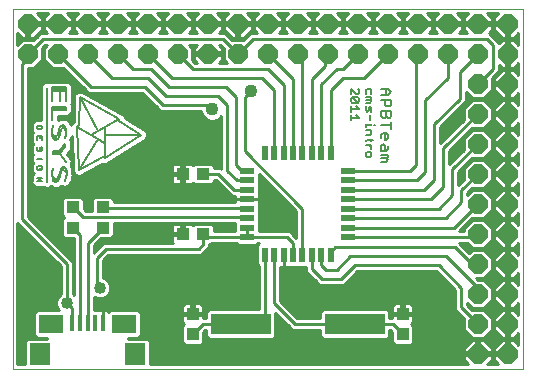
<source format=gtl>
G75*
G70*
%OFA0B0*%
%FSLAX24Y24*%
%IPPOS*%
%LPD*%
%AMOC8*
5,1,8,0,0,1.08239X$1,22.5*
%
%ADD10C,0.0000*%
%ADD11C,0.0060*%
%ADD12R,0.0210X0.0500*%
%ADD13R,0.0500X0.0210*%
%ADD14R,0.0394X0.0433*%
%ADD15R,0.0433X0.0394*%
%ADD16R,0.2000X0.0700*%
%ADD17OC8,0.0640*%
%ADD18R,0.0138X0.0551*%
%ADD19R,0.0709X0.0748*%
%ADD20R,0.0827X0.0630*%
%ADD21C,0.0100*%
%ADD22C,0.0436*%
%ADD23C,0.0400*%
%ADD24C,0.0080*%
D10*
X000151Y001068D02*
X000151Y013068D01*
X017151Y013068D01*
X017151Y001068D01*
X000151Y001068D01*
D11*
X000956Y007323D02*
X001136Y007323D01*
X001136Y007443D02*
X000956Y007443D01*
X000956Y007323D02*
X001136Y007443D01*
X001106Y007713D02*
X001136Y007743D01*
X001136Y007803D01*
X001106Y007833D01*
X000986Y007833D01*
X000956Y007803D01*
X000956Y007743D01*
X000986Y007713D01*
X001046Y007713D01*
X001046Y007773D01*
X001136Y008083D02*
X000956Y008083D01*
X000986Y008333D02*
X000956Y008363D01*
X000956Y008423D01*
X000986Y008453D01*
X001046Y008423D02*
X001046Y008363D01*
X001016Y008333D01*
X000986Y008333D01*
X001046Y008423D02*
X001076Y008453D01*
X001106Y008453D01*
X001136Y008423D01*
X001136Y008363D01*
X001106Y008333D01*
X001136Y008703D02*
X001136Y008823D01*
X000956Y008823D01*
X000956Y008703D01*
X001046Y008763D02*
X001046Y008823D01*
X000986Y009063D02*
X001106Y009063D01*
X001136Y009093D01*
X001136Y009183D01*
X000956Y009183D01*
X000956Y009093D01*
X000986Y009063D01*
X011431Y009356D02*
X011431Y009529D01*
X011431Y009443D02*
X011691Y009443D01*
X011605Y009529D01*
X011431Y009651D02*
X011431Y009824D01*
X011431Y009737D02*
X011691Y009737D01*
X011605Y009824D01*
X011648Y009945D02*
X011475Y010119D01*
X011431Y010075D01*
X011431Y009989D01*
X011475Y009945D01*
X011648Y009945D01*
X011691Y009989D01*
X011691Y010075D01*
X011648Y010119D01*
X011475Y010119D01*
X011431Y010240D02*
X011431Y010413D01*
X011605Y010240D01*
X011648Y010240D01*
X011691Y010283D01*
X011691Y010370D01*
X011648Y010413D01*
X011931Y010370D02*
X011931Y010240D01*
X011931Y010119D02*
X012105Y010119D01*
X012105Y010075D01*
X012061Y010032D01*
X012105Y009989D01*
X012061Y009945D01*
X011931Y009945D01*
X011931Y010032D02*
X012061Y010032D01*
X012061Y009824D02*
X012105Y009781D01*
X012105Y009651D01*
X012018Y009694D02*
X011975Y009651D01*
X011931Y009694D01*
X011931Y009824D01*
X012018Y009781D02*
X012061Y009824D01*
X012018Y009781D02*
X012018Y009694D01*
X012061Y009529D02*
X012061Y009356D01*
X012105Y009235D02*
X012105Y009191D01*
X011931Y009191D01*
X011931Y009148D02*
X011931Y009235D01*
X011931Y009038D02*
X012105Y009038D01*
X012105Y008908D01*
X012061Y008865D01*
X011931Y008865D01*
X011975Y008700D02*
X011931Y008657D01*
X011975Y008700D02*
X012148Y008700D01*
X012105Y008657D02*
X012105Y008744D01*
X012105Y008547D02*
X011931Y008547D01*
X012018Y008547D02*
X012105Y008461D01*
X012105Y008417D01*
X012061Y008302D02*
X011975Y008302D01*
X011931Y008258D01*
X011931Y008172D01*
X011975Y008128D01*
X012061Y008128D01*
X012105Y008172D01*
X012105Y008258D01*
X012061Y008302D01*
X012431Y008345D02*
X012431Y008515D01*
X012488Y008572D01*
X012545Y008515D01*
X012545Y008345D01*
X012601Y008345D02*
X012431Y008345D01*
X012431Y008204D02*
X012658Y008204D01*
X012658Y008147D01*
X012601Y008090D01*
X012658Y008033D01*
X012601Y007977D01*
X012431Y007977D01*
X012431Y008090D02*
X012601Y008090D01*
X012601Y008345D02*
X012658Y008402D01*
X012658Y008515D01*
X012601Y008713D02*
X012545Y008713D01*
X012545Y008940D01*
X012601Y008940D02*
X012658Y008883D01*
X012658Y008770D01*
X012601Y008713D01*
X012431Y008770D02*
X012431Y008883D01*
X012488Y008940D01*
X012601Y008940D01*
X012771Y009082D02*
X012771Y009308D01*
X012771Y009195D02*
X012431Y009195D01*
X012235Y009191D02*
X012191Y009191D01*
X012488Y009450D02*
X012431Y009507D01*
X012431Y009677D01*
X012771Y009677D01*
X012771Y009507D01*
X012715Y009450D01*
X012658Y009450D01*
X012601Y009507D01*
X012601Y009677D01*
X012601Y009818D02*
X012545Y009875D01*
X012545Y010045D01*
X012431Y010045D02*
X012771Y010045D01*
X012771Y009875D01*
X012715Y009818D01*
X012601Y009818D01*
X012601Y009507D02*
X012545Y009450D01*
X012488Y009450D01*
X012431Y010186D02*
X012658Y010186D01*
X012771Y010300D01*
X012658Y010413D01*
X012431Y010413D01*
X012601Y010413D02*
X012601Y010186D01*
X012105Y010240D02*
X012105Y010370D01*
X012061Y010413D01*
X011975Y010413D01*
X011931Y010370D01*
D12*
X010754Y008258D03*
X010439Y008258D03*
X010124Y008258D03*
X009809Y008258D03*
X009494Y008258D03*
X009179Y008258D03*
X008864Y008258D03*
X008549Y008258D03*
X008549Y004878D03*
X008864Y004878D03*
X009179Y004878D03*
X009494Y004878D03*
X009809Y004878D03*
X010124Y004878D03*
X010439Y004878D03*
X010754Y004878D03*
D13*
X011341Y005466D03*
X011341Y005781D03*
X011341Y006096D03*
X011341Y006411D03*
X011341Y006726D03*
X011341Y007041D03*
X011341Y007356D03*
X011341Y007671D03*
X007961Y007671D03*
X007961Y007356D03*
X007961Y007041D03*
X007961Y006726D03*
X007961Y006411D03*
X007961Y006096D03*
X007961Y005781D03*
X007961Y005466D03*
D14*
X006151Y002903D03*
X006151Y002234D03*
X013151Y002234D03*
X013151Y002903D03*
D15*
X006486Y005568D03*
X005817Y005568D03*
X005817Y007568D03*
X006486Y007568D03*
X003151Y006453D03*
X003151Y005784D03*
X002151Y005784D03*
X002151Y006453D03*
D16*
X007751Y002568D03*
X011551Y002568D03*
D17*
X015651Y002568D03*
X016651Y002568D03*
X016651Y001568D03*
X015651Y001568D03*
X015651Y003568D03*
X016651Y003568D03*
X016651Y004568D03*
X015651Y004568D03*
X015651Y005568D03*
X016651Y005568D03*
X016651Y006568D03*
X015651Y006568D03*
X015651Y007568D03*
X016651Y007568D03*
X016651Y008568D03*
X015651Y008568D03*
X015651Y009568D03*
X016651Y009568D03*
X016651Y010568D03*
X015651Y010568D03*
X015651Y011568D03*
X016651Y011568D03*
X016651Y012568D03*
X015651Y012568D03*
X014651Y012568D03*
X013651Y012568D03*
X012651Y012568D03*
X011651Y012568D03*
X010651Y012568D03*
X009651Y012568D03*
X008651Y012568D03*
X007651Y012568D03*
X006651Y012568D03*
X005651Y012568D03*
X004651Y012568D03*
X003651Y012568D03*
X002651Y012568D03*
X001651Y012568D03*
X000651Y012568D03*
X000651Y011568D03*
X001651Y011568D03*
X002651Y011568D03*
X003651Y011568D03*
X004651Y011568D03*
X005651Y011568D03*
X006651Y011568D03*
X007651Y011568D03*
X008651Y011568D03*
X009651Y011568D03*
X010651Y011568D03*
X011651Y011568D03*
X012651Y011568D03*
X013651Y011568D03*
X014651Y011568D03*
D18*
X003157Y002604D03*
X002901Y002604D03*
X002645Y002604D03*
X002389Y002604D03*
X002133Y002604D03*
D19*
X001070Y001560D03*
X004220Y001560D03*
D20*
X003866Y002564D03*
X001425Y002564D03*
D21*
X001695Y003029D02*
X000949Y003029D01*
X000861Y002941D01*
X000301Y002941D01*
X000301Y003039D02*
X001685Y003039D01*
X001695Y003029D02*
X001654Y003070D01*
X001601Y003199D01*
X001601Y003338D01*
X001654Y003467D01*
X001751Y003563D01*
X001751Y004485D01*
X000301Y005936D01*
X000301Y001218D01*
X000566Y001218D01*
X000566Y001997D01*
X000654Y002084D01*
X001301Y002084D01*
X001301Y002099D01*
X000949Y002099D01*
X000861Y002187D01*
X000861Y002941D01*
X000861Y002842D02*
X000301Y002842D01*
X000301Y002744D02*
X000861Y002744D01*
X000861Y002645D02*
X000301Y002645D01*
X000301Y002546D02*
X000861Y002546D01*
X000861Y002448D02*
X000301Y002448D01*
X000301Y002349D02*
X000861Y002349D01*
X000861Y002251D02*
X000301Y002251D01*
X000301Y002152D02*
X000896Y002152D01*
X000623Y002054D02*
X000301Y002054D01*
X000301Y001955D02*
X000566Y001955D01*
X000566Y001857D02*
X000301Y001857D01*
X000301Y001758D02*
X000566Y001758D01*
X000566Y001660D02*
X000301Y001660D01*
X000301Y001561D02*
X000566Y001561D01*
X000566Y001463D02*
X000301Y001463D01*
X000301Y001364D02*
X000566Y001364D01*
X000566Y001265D02*
X000301Y001265D01*
X002133Y002604D02*
X002133Y003086D01*
X001951Y003268D01*
X001951Y004568D01*
X000451Y006068D01*
X000451Y011218D01*
X000651Y011418D01*
X000651Y011568D01*
X001151Y012068D01*
X007151Y012068D01*
X007651Y011568D01*
X008151Y012068D01*
X015951Y012068D01*
X016151Y011868D01*
X016151Y011068D01*
X015651Y010568D01*
X015251Y010304D02*
X015456Y010098D01*
X015846Y010098D01*
X016121Y010374D01*
X016121Y010755D01*
X016234Y010868D01*
X016351Y010985D01*
X016351Y011204D01*
X016456Y011098D01*
X016601Y011098D01*
X016601Y011518D01*
X016701Y011518D01*
X016701Y011098D01*
X016846Y011098D01*
X017001Y011254D01*
X017001Y010883D01*
X016846Y011038D01*
X016701Y011038D01*
X016701Y010619D01*
X016601Y010619D01*
X016601Y011038D01*
X016456Y011038D01*
X016181Y010763D01*
X016181Y010618D01*
X016601Y010618D01*
X016601Y010518D01*
X016701Y010518D01*
X016701Y010098D01*
X016846Y010098D01*
X017001Y010254D01*
X017001Y009883D01*
X016846Y010038D01*
X016701Y010038D01*
X016701Y009619D01*
X016601Y009619D01*
X016601Y010038D01*
X016456Y010038D01*
X016181Y009763D01*
X016181Y009618D01*
X016601Y009618D01*
X016601Y009518D01*
X016701Y009518D01*
X016701Y009098D01*
X016846Y009098D01*
X017001Y009254D01*
X017001Y008883D01*
X016846Y009038D01*
X016701Y009038D01*
X016701Y008619D01*
X016601Y008619D01*
X016601Y009038D01*
X016456Y009038D01*
X016181Y008763D01*
X016181Y008618D01*
X016601Y008618D01*
X016601Y008518D01*
X016701Y008518D01*
X016701Y008098D01*
X016846Y008098D01*
X017001Y008254D01*
X017001Y007883D01*
X016846Y008038D01*
X016701Y008038D01*
X016701Y007619D01*
X016601Y007619D01*
X016601Y008038D01*
X016456Y008038D01*
X016181Y007763D01*
X016181Y007618D01*
X016601Y007618D01*
X016601Y007518D01*
X016701Y007518D01*
X016701Y007098D01*
X016846Y007098D01*
X017001Y007254D01*
X017001Y006883D01*
X016846Y007038D01*
X016701Y007038D01*
X016701Y006619D01*
X016601Y006619D01*
X016601Y007038D01*
X016456Y007038D01*
X016181Y006763D01*
X016181Y006618D01*
X016601Y006618D01*
X016601Y006518D01*
X016701Y006518D01*
X016701Y006098D01*
X016846Y006098D01*
X017001Y006254D01*
X017001Y005883D01*
X016846Y006038D01*
X016701Y006038D01*
X016701Y005619D01*
X016601Y005619D01*
X016601Y006038D01*
X016456Y006038D01*
X016181Y005763D01*
X016181Y005618D01*
X016601Y005618D01*
X016601Y005518D01*
X016701Y005518D01*
X016701Y005098D01*
X016846Y005098D01*
X017001Y005254D01*
X017001Y004883D01*
X016846Y005038D01*
X016701Y005038D01*
X016701Y004619D01*
X016601Y004619D01*
X016601Y005038D01*
X016456Y005038D01*
X016181Y004763D01*
X016181Y004618D01*
X016601Y004618D01*
X016601Y004518D01*
X016701Y004518D01*
X016701Y004098D01*
X016846Y004098D01*
X017001Y004254D01*
X017001Y003883D01*
X016846Y004038D01*
X016701Y004038D01*
X016701Y003619D01*
X016601Y003619D01*
X016601Y004038D01*
X016456Y004038D01*
X016181Y003763D01*
X016181Y003618D01*
X016601Y003618D01*
X016601Y003518D01*
X016701Y003518D01*
X016701Y003098D01*
X016846Y003098D01*
X017001Y003254D01*
X017001Y002883D01*
X016846Y003038D01*
X016701Y003038D01*
X016701Y002619D01*
X016601Y002619D01*
X016601Y003038D01*
X016456Y003038D01*
X016181Y002763D01*
X016181Y002618D01*
X016601Y002618D01*
X016601Y002518D01*
X016701Y002518D01*
X016701Y002098D01*
X016846Y002098D01*
X017001Y002254D01*
X017001Y001883D01*
X016846Y002038D01*
X016701Y002038D01*
X016701Y001619D01*
X016601Y001619D01*
X016601Y002038D01*
X016456Y002038D01*
X016181Y001763D01*
X016181Y001618D01*
X016601Y001618D01*
X016601Y001518D01*
X016181Y001518D01*
X016181Y001374D01*
X016337Y001218D01*
X015966Y001218D01*
X016121Y001374D01*
X016121Y001518D01*
X015701Y001518D01*
X015701Y001618D01*
X016121Y001618D01*
X016121Y001763D01*
X015846Y002038D01*
X015701Y002038D01*
X015701Y001619D01*
X015601Y001619D01*
X015601Y002038D01*
X015456Y002038D01*
X015181Y001763D01*
X015181Y001618D01*
X015601Y001618D01*
X015601Y001518D01*
X015181Y001518D01*
X015181Y001374D01*
X015337Y001218D01*
X004724Y001218D01*
X004724Y001997D01*
X004637Y002084D01*
X004001Y002084D01*
X004001Y002099D01*
X004341Y002099D01*
X004429Y002187D01*
X004429Y002941D01*
X006102Y002941D01*
X006102Y002951D02*
X006102Y002854D01*
X005804Y002854D01*
X005804Y002667D01*
X005815Y002629D01*
X005834Y002594D01*
X005860Y002568D01*
X005804Y002512D01*
X005804Y001955D01*
X005892Y001867D01*
X006410Y001867D01*
X006498Y001955D01*
X006498Y002298D01*
X006569Y002368D01*
X006601Y002368D01*
X006601Y002156D01*
X006689Y002068D01*
X008813Y002068D01*
X008901Y002156D01*
X008901Y002936D01*
X009351Y002485D01*
X009468Y002368D01*
X010401Y002368D01*
X010401Y002156D01*
X010489Y002068D01*
X012613Y002068D01*
X012701Y002156D01*
X012701Y002368D01*
X012734Y002368D01*
X012804Y002298D01*
X012804Y001955D01*
X012892Y001867D01*
X013410Y001867D01*
X013498Y001955D01*
X013498Y002512D01*
X013442Y002568D01*
X013468Y002594D01*
X013488Y002629D01*
X013498Y002667D01*
X013498Y002854D01*
X013200Y002854D01*
X013200Y002951D01*
X013498Y002951D01*
X013498Y003139D01*
X013488Y003177D01*
X013468Y003212D01*
X013440Y003240D01*
X013406Y003259D01*
X013368Y003269D01*
X013200Y003269D01*
X013200Y002952D01*
X013103Y002952D01*
X013103Y003269D01*
X012935Y003269D01*
X012896Y003259D01*
X012862Y003240D01*
X012834Y003212D01*
X012815Y003177D01*
X012804Y003139D01*
X012804Y002951D01*
X013102Y002951D01*
X013102Y002854D01*
X012804Y002854D01*
X012804Y002768D01*
X012734Y002768D01*
X012701Y002768D01*
X012701Y002980D01*
X012613Y003068D01*
X010489Y003068D01*
X010401Y002980D01*
X010401Y002768D01*
X009634Y002768D01*
X009064Y003339D01*
X009064Y004478D01*
X009176Y004478D01*
X009176Y004876D01*
X009181Y004876D01*
X009181Y004478D01*
X009303Y004478D01*
X009322Y004483D01*
X009327Y004478D01*
X009641Y004478D01*
X009924Y004478D01*
X009924Y004313D01*
X010251Y003985D01*
X010368Y003868D01*
X011018Y003868D01*
X011184Y003868D01*
X011634Y004318D01*
X014268Y004318D01*
X014901Y003685D01*
X014901Y003201D01*
X014901Y003035D01*
X015181Y002755D01*
X015181Y002374D01*
X015456Y002098D01*
X015846Y002098D01*
X016121Y002374D01*
X016121Y002763D01*
X015846Y003038D01*
X015464Y003038D01*
X015301Y003201D01*
X015301Y003254D01*
X015456Y003098D01*
X015846Y003098D01*
X016121Y003374D01*
X016121Y003763D01*
X015846Y004038D01*
X015664Y004038D01*
X015604Y004098D01*
X015846Y004098D01*
X016121Y004374D01*
X016121Y004763D01*
X015846Y005038D01*
X015456Y005038D01*
X015360Y004942D01*
X015036Y005266D01*
X015289Y005266D01*
X015456Y005098D01*
X015846Y005098D01*
X016121Y005374D01*
X016121Y005763D01*
X015846Y006038D01*
X015456Y006038D01*
X015181Y005763D01*
X015181Y005666D01*
X015032Y005666D01*
X015464Y006098D01*
X015846Y006098D01*
X016121Y006374D01*
X016121Y006763D01*
X015846Y007038D01*
X015456Y007038D01*
X015301Y006883D01*
X015301Y006935D01*
X015464Y007098D01*
X015846Y007098D01*
X016121Y007374D01*
X016121Y007763D01*
X015846Y008038D01*
X015456Y008038D01*
X015181Y007763D01*
X015181Y007381D01*
X015001Y007201D01*
X015001Y007635D01*
X015464Y008098D01*
X015846Y008098D01*
X016121Y008374D01*
X016121Y008763D01*
X015846Y009038D01*
X015456Y009038D01*
X015181Y008763D01*
X015181Y008381D01*
X014701Y007901D01*
X014701Y008335D01*
X015464Y009098D01*
X015846Y009098D01*
X016121Y009374D01*
X016121Y009763D01*
X015846Y010038D01*
X015456Y010038D01*
X015181Y009763D01*
X015181Y009381D01*
X014401Y008601D01*
X014401Y009135D01*
X015134Y009868D01*
X015251Y009985D01*
X015251Y010304D01*
X015251Y010233D02*
X015322Y010233D01*
X015251Y010134D02*
X015421Y010134D01*
X015454Y010036D02*
X015251Y010036D01*
X015203Y009937D02*
X015355Y009937D01*
X015257Y009839D02*
X015104Y009839D01*
X015181Y009740D02*
X015006Y009740D01*
X014907Y009642D02*
X015181Y009642D01*
X015181Y009543D02*
X014809Y009543D01*
X014710Y009445D02*
X015181Y009445D01*
X015146Y009346D02*
X014612Y009346D01*
X014513Y009247D02*
X015047Y009247D01*
X014949Y009149D02*
X014415Y009149D01*
X014401Y009050D02*
X014850Y009050D01*
X014752Y008952D02*
X014401Y008952D01*
X014401Y008853D02*
X014653Y008853D01*
X014555Y008755D02*
X014401Y008755D01*
X014401Y008656D02*
X014456Y008656D01*
X014501Y008418D02*
X015651Y009568D01*
X015947Y009937D02*
X016355Y009937D01*
X016257Y009839D02*
X016045Y009839D01*
X016121Y009740D02*
X016181Y009740D01*
X016181Y009642D02*
X016121Y009642D01*
X016121Y009543D02*
X016601Y009543D01*
X016601Y009518D02*
X016181Y009518D01*
X016181Y009374D01*
X016456Y009098D01*
X016601Y009098D01*
X016601Y009518D01*
X016601Y009445D02*
X016701Y009445D01*
X016701Y009346D02*
X016601Y009346D01*
X016601Y009247D02*
X016701Y009247D01*
X016701Y009149D02*
X016601Y009149D01*
X016406Y009149D02*
X015896Y009149D01*
X015995Y009247D02*
X016307Y009247D01*
X016209Y009346D02*
X016093Y009346D01*
X016121Y009445D02*
X016181Y009445D01*
X016601Y009642D02*
X016701Y009642D01*
X016701Y009740D02*
X016601Y009740D01*
X016601Y009839D02*
X016701Y009839D01*
X016701Y009937D02*
X016601Y009937D01*
X016601Y010036D02*
X016701Y010036D01*
X016701Y010134D02*
X016601Y010134D01*
X016601Y010098D02*
X016456Y010098D01*
X016181Y010374D01*
X016181Y010518D01*
X016601Y010518D01*
X016601Y010098D01*
X016601Y010233D02*
X016701Y010233D01*
X016701Y010331D02*
X016601Y010331D01*
X016601Y010430D02*
X016701Y010430D01*
X016601Y010529D02*
X016121Y010529D01*
X016121Y010627D02*
X016181Y010627D01*
X016181Y010726D02*
X016121Y010726D01*
X016190Y010824D02*
X016242Y010824D01*
X016288Y010923D02*
X016341Y010923D01*
X016351Y011021D02*
X016439Y011021D01*
X016435Y011120D02*
X016351Y011120D01*
X016601Y011120D02*
X016701Y011120D01*
X016701Y011218D02*
X016601Y011218D01*
X016601Y011317D02*
X016701Y011317D01*
X016701Y011415D02*
X016601Y011415D01*
X016601Y011514D02*
X016701Y011514D01*
X016701Y011619D02*
X016601Y011619D01*
X016601Y012038D01*
X016456Y012038D01*
X016351Y011933D01*
X016351Y011951D01*
X016151Y012151D01*
X016034Y012268D01*
X016016Y012268D01*
X016121Y012374D01*
X016121Y012518D01*
X015701Y012518D01*
X015701Y012618D01*
X016121Y012618D01*
X016121Y012763D01*
X015966Y012918D01*
X016337Y012918D01*
X016181Y012763D01*
X016181Y012618D01*
X016601Y012618D01*
X016601Y012518D01*
X016701Y012518D01*
X016701Y012098D01*
X016846Y012098D01*
X017001Y012254D01*
X017001Y011883D01*
X016846Y012038D01*
X016701Y012038D01*
X016701Y011619D01*
X016701Y011711D02*
X016601Y011711D01*
X016601Y011810D02*
X016701Y011810D01*
X016701Y011908D02*
X016601Y011908D01*
X016601Y012007D02*
X016701Y012007D01*
X016701Y012105D02*
X016601Y012105D01*
X016601Y012098D02*
X016601Y012518D01*
X016181Y012518D01*
X016181Y012374D01*
X016456Y012098D01*
X016601Y012098D01*
X016601Y012204D02*
X016701Y012204D01*
X016701Y012302D02*
X016601Y012302D01*
X016601Y012401D02*
X016701Y012401D01*
X016701Y012499D02*
X016601Y012499D01*
X016601Y012598D02*
X015701Y012598D01*
X015601Y012598D02*
X014701Y012598D01*
X014701Y012618D02*
X015121Y012618D01*
X015121Y012763D01*
X014966Y012918D01*
X015337Y012918D01*
X015181Y012763D01*
X015181Y012618D01*
X015601Y012618D01*
X015601Y012518D01*
X015181Y012518D01*
X015181Y012374D01*
X015287Y012268D01*
X015016Y012268D01*
X015121Y012374D01*
X015121Y012518D01*
X014701Y012518D01*
X014701Y012618D01*
X014601Y012618D02*
X014601Y012518D01*
X014181Y012518D01*
X014181Y012374D01*
X014287Y012268D01*
X014016Y012268D01*
X014121Y012374D01*
X014121Y012518D01*
X013701Y012518D01*
X013701Y012618D01*
X014121Y012618D01*
X014121Y012763D01*
X013966Y012918D01*
X014337Y012918D01*
X014181Y012763D01*
X014181Y012618D01*
X014601Y012618D01*
X014601Y012598D02*
X013701Y012598D01*
X013601Y012598D02*
X012701Y012598D01*
X012701Y012618D02*
X013121Y012618D01*
X013121Y012763D01*
X012966Y012918D01*
X013337Y012918D01*
X013181Y012763D01*
X013181Y012618D01*
X013601Y012618D01*
X013601Y012518D01*
X013181Y012518D01*
X013181Y012374D01*
X013287Y012268D01*
X013016Y012268D01*
X013121Y012374D01*
X013121Y012518D01*
X012701Y012518D01*
X012701Y012618D01*
X012601Y012618D02*
X012601Y012518D01*
X012181Y012518D01*
X012181Y012374D01*
X012287Y012268D01*
X012016Y012268D01*
X012121Y012374D01*
X012121Y012518D01*
X011701Y012518D01*
X011701Y012618D01*
X012121Y012618D01*
X012121Y012763D01*
X011966Y012918D01*
X012337Y012918D01*
X012181Y012763D01*
X012181Y012618D01*
X012601Y012618D01*
X012601Y012598D02*
X011701Y012598D01*
X011601Y012598D02*
X010701Y012598D01*
X010701Y012618D02*
X011121Y012618D01*
X011121Y012763D01*
X010966Y012918D01*
X011337Y012918D01*
X011181Y012763D01*
X011181Y012618D01*
X011601Y012618D01*
X011601Y012518D01*
X011181Y012518D01*
X011181Y012374D01*
X011287Y012268D01*
X011016Y012268D01*
X011121Y012374D01*
X011121Y012518D01*
X010701Y012518D01*
X010701Y012618D01*
X010601Y012618D02*
X010601Y012518D01*
X010181Y012518D01*
X010181Y012374D01*
X010287Y012268D01*
X010016Y012268D01*
X010121Y012374D01*
X010121Y012518D01*
X009701Y012518D01*
X009701Y012618D01*
X010121Y012618D01*
X010121Y012763D01*
X009966Y012918D01*
X010337Y012918D01*
X010181Y012763D01*
X010181Y012618D01*
X010601Y012618D01*
X010601Y012598D02*
X009701Y012598D01*
X009601Y012598D02*
X008701Y012598D01*
X008701Y012618D02*
X009121Y012618D01*
X009121Y012763D01*
X008966Y012918D01*
X009337Y012918D01*
X009181Y012763D01*
X009181Y012618D01*
X009601Y012618D01*
X009601Y012518D01*
X009181Y012518D01*
X009181Y012374D01*
X009287Y012268D01*
X009016Y012268D01*
X009121Y012374D01*
X009121Y012518D01*
X008701Y012518D01*
X008701Y012618D01*
X008601Y012618D02*
X008601Y012518D01*
X008181Y012518D01*
X008181Y012374D01*
X008287Y012268D01*
X008234Y012268D01*
X008068Y012268D01*
X007838Y012038D01*
X007464Y012038D01*
X007351Y012151D01*
X007234Y012268D01*
X007016Y012268D01*
X007121Y012374D01*
X007121Y012518D01*
X006701Y012518D01*
X006701Y012618D01*
X007121Y012618D01*
X007121Y012763D01*
X006966Y012918D01*
X007337Y012918D01*
X007181Y012763D01*
X007181Y012618D01*
X007601Y012618D01*
X007601Y012518D01*
X007701Y012518D01*
X007701Y012098D01*
X007846Y012098D01*
X008121Y012374D01*
X008121Y012518D01*
X007701Y012518D01*
X007701Y012618D01*
X008121Y012618D01*
X008121Y012763D01*
X007966Y012918D01*
X008337Y012918D01*
X008181Y012763D01*
X008181Y012618D01*
X008601Y012618D01*
X008601Y012598D02*
X007701Y012598D01*
X007701Y012499D02*
X007601Y012499D01*
X007601Y012518D02*
X007601Y012098D01*
X007456Y012098D01*
X007181Y012374D01*
X007181Y012518D01*
X007601Y012518D01*
X007601Y012598D02*
X006701Y012598D01*
X006601Y012598D02*
X005701Y012598D01*
X005701Y012618D02*
X006121Y012618D01*
X006121Y012763D01*
X005966Y012918D01*
X006337Y012918D01*
X006181Y012763D01*
X006181Y012618D01*
X006601Y012618D01*
X006601Y012518D01*
X006181Y012518D01*
X006181Y012374D01*
X006287Y012268D01*
X006016Y012268D01*
X006121Y012374D01*
X006121Y012518D01*
X005701Y012518D01*
X005701Y012618D01*
X005601Y012618D02*
X005601Y012518D01*
X005181Y012518D01*
X005181Y012374D01*
X005287Y012268D01*
X005016Y012268D01*
X005121Y012374D01*
X005121Y012518D01*
X004701Y012518D01*
X004701Y012618D01*
X005121Y012618D01*
X005121Y012763D01*
X004966Y012918D01*
X005337Y012918D01*
X005181Y012763D01*
X005181Y012618D01*
X005601Y012618D01*
X005601Y012598D02*
X004701Y012598D01*
X004601Y012598D02*
X003701Y012598D01*
X003701Y012618D02*
X004121Y012618D01*
X004121Y012763D01*
X003966Y012918D01*
X004337Y012918D01*
X004181Y012763D01*
X004181Y012618D01*
X004601Y012618D01*
X004601Y012518D01*
X004181Y012518D01*
X004181Y012374D01*
X004287Y012268D01*
X004016Y012268D01*
X004121Y012374D01*
X004121Y012518D01*
X003701Y012518D01*
X003701Y012618D01*
X003601Y012618D02*
X003601Y012518D01*
X003181Y012518D01*
X003181Y012374D01*
X003287Y012268D01*
X003016Y012268D01*
X003121Y012374D01*
X003121Y012518D01*
X002701Y012518D01*
X002701Y012618D01*
X003121Y012618D01*
X003121Y012763D01*
X002966Y012918D01*
X003337Y012918D01*
X003181Y012763D01*
X003181Y012618D01*
X003601Y012618D01*
X003601Y012598D02*
X002701Y012598D01*
X002601Y012598D02*
X001701Y012598D01*
X001701Y012618D02*
X002121Y012618D01*
X002121Y012763D01*
X001966Y012918D01*
X002337Y012918D01*
X002181Y012763D01*
X002181Y012618D01*
X002601Y012618D01*
X002601Y012518D01*
X002181Y012518D01*
X002181Y012374D01*
X002287Y012268D01*
X002016Y012268D01*
X002121Y012374D01*
X002121Y012518D01*
X001701Y012518D01*
X001701Y012618D01*
X001601Y012618D02*
X001601Y012518D01*
X001181Y012518D01*
X001181Y012374D01*
X001287Y012268D01*
X001068Y012268D01*
X000951Y012151D01*
X000838Y012038D01*
X000456Y012038D01*
X000301Y011883D01*
X000301Y012254D01*
X000456Y012098D01*
X000601Y012098D01*
X000601Y012518D01*
X000701Y012518D01*
X000701Y012098D01*
X000846Y012098D01*
X001121Y012374D01*
X001121Y012518D01*
X000701Y012518D01*
X000701Y012618D01*
X001121Y012618D01*
X001121Y012763D01*
X000966Y012918D01*
X001337Y012918D01*
X001181Y012763D01*
X001181Y012618D01*
X001601Y012618D01*
X001601Y012598D02*
X000701Y012598D01*
X000701Y012499D02*
X000601Y012499D01*
X000601Y012401D02*
X000701Y012401D01*
X000701Y012302D02*
X000601Y012302D01*
X000601Y012204D02*
X000701Y012204D01*
X000701Y012105D02*
X000601Y012105D01*
X000450Y012105D02*
X000301Y012105D01*
X000301Y012007D02*
X000425Y012007D01*
X000326Y011908D02*
X000301Y011908D01*
X000301Y012204D02*
X000351Y012204D01*
X000853Y012105D02*
X000905Y012105D01*
X000951Y012151D02*
X000951Y012151D01*
X000951Y012204D02*
X001004Y012204D01*
X001050Y012302D02*
X001253Y012302D01*
X001181Y012401D02*
X001121Y012401D01*
X001121Y012499D02*
X001181Y012499D01*
X001181Y012696D02*
X001121Y012696D01*
X001089Y012795D02*
X001213Y012795D01*
X001312Y012894D02*
X000991Y012894D01*
X001991Y012894D02*
X002312Y012894D01*
X002213Y012795D02*
X002089Y012795D01*
X002121Y012696D02*
X002181Y012696D01*
X002181Y012499D02*
X002121Y012499D01*
X002121Y012401D02*
X002181Y012401D01*
X002253Y012302D02*
X002050Y012302D01*
X001287Y011868D02*
X001181Y011763D01*
X001181Y011374D01*
X001456Y011098D01*
X001838Y011098D01*
X002551Y010385D01*
X002668Y010268D01*
X004468Y010268D01*
X004951Y009785D01*
X005068Y009668D01*
X006433Y009668D01*
X006433Y009645D01*
X006489Y009510D01*
X006593Y009406D01*
X006728Y009350D01*
X006874Y009350D01*
X007010Y009406D01*
X007101Y009498D01*
X007101Y007751D01*
X007084Y007768D01*
X006918Y007768D01*
X006852Y007768D01*
X006852Y007827D01*
X006764Y007915D01*
X006207Y007915D01*
X006151Y007859D01*
X006125Y007885D01*
X006091Y007905D01*
X006053Y007915D01*
X005865Y007915D01*
X005865Y007617D01*
X005768Y007617D01*
X005768Y007915D01*
X005580Y007915D01*
X005542Y007905D01*
X005508Y007885D01*
X005480Y007857D01*
X005460Y007823D01*
X005450Y007785D01*
X005450Y007617D01*
X005768Y007617D01*
X005768Y007520D01*
X005450Y007520D01*
X005450Y007352D01*
X005460Y007314D01*
X005480Y007279D01*
X005508Y007251D01*
X005542Y007232D01*
X005580Y007221D01*
X005768Y007221D01*
X005768Y007520D01*
X005865Y007520D01*
X005865Y007221D01*
X006053Y007221D01*
X006091Y007232D01*
X006125Y007251D01*
X006151Y007277D01*
X006207Y007221D01*
X006764Y007221D01*
X006852Y007309D01*
X006852Y007368D01*
X006918Y007368D01*
X007446Y006841D01*
X007561Y006841D01*
X007561Y006728D01*
X007958Y006728D01*
X007958Y006723D01*
X007561Y006723D01*
X007561Y006618D01*
X003518Y006618D01*
X003518Y006712D01*
X003430Y006800D01*
X002872Y006800D01*
X002785Y006712D01*
X002785Y006318D01*
X002584Y006318D01*
X002518Y006385D01*
X002518Y006712D01*
X002430Y006800D01*
X001872Y006800D01*
X001785Y006712D01*
X001785Y006194D01*
X001860Y006118D01*
X001785Y006043D01*
X001785Y005525D01*
X001872Y005437D01*
X002189Y005437D01*
X002189Y003525D01*
X002151Y003563D01*
X002151Y004485D01*
X002151Y004651D01*
X000651Y006151D01*
X000651Y011098D01*
X000846Y011098D01*
X001121Y011374D01*
X001121Y011756D01*
X001234Y011868D01*
X001287Y011868D01*
X001228Y011810D02*
X001175Y011810D01*
X001181Y011711D02*
X001121Y011711D01*
X001121Y011612D02*
X001181Y011612D01*
X001181Y011514D02*
X001121Y011514D01*
X001121Y011415D02*
X001181Y011415D01*
X001238Y011317D02*
X001064Y011317D01*
X000966Y011218D02*
X001337Y011218D01*
X001435Y011120D02*
X000867Y011120D01*
X000651Y011021D02*
X001915Y011021D01*
X002014Y010923D02*
X000651Y010923D01*
X000651Y010824D02*
X002113Y010824D01*
X002211Y010726D02*
X000651Y010726D01*
X000651Y010627D02*
X001211Y010627D01*
X001217Y010633D02*
X001106Y010522D01*
X001106Y009363D01*
X001062Y009363D01*
X001031Y009363D01*
X000882Y009363D01*
X000776Y009258D01*
X000776Y009094D01*
X000776Y009019D01*
X000776Y009019D01*
X000776Y009019D01*
X000806Y008989D01*
X000806Y008989D01*
X000837Y008958D01*
X000776Y008898D01*
X000776Y008629D01*
X000842Y008563D01*
X000776Y008498D01*
X000776Y008362D01*
X000776Y008289D01*
X000776Y008289D01*
X000776Y008289D01*
X000806Y008259D01*
X000806Y008259D01*
X000842Y008223D01*
X000776Y008158D01*
X000776Y008009D01*
X000842Y007943D01*
X000776Y007878D01*
X000776Y007744D01*
X000776Y007669D01*
X000776Y007669D01*
X000776Y007669D01*
X000806Y007639D01*
X000806Y007639D01*
X000852Y007593D01*
X000776Y007518D01*
X000776Y007398D01*
X000776Y007341D01*
X000765Y007285D01*
X000776Y007269D01*
X000776Y007249D01*
X000816Y007209D01*
X000848Y007161D01*
X000867Y007157D01*
X000882Y007143D01*
X000938Y007143D01*
X000994Y007132D01*
X001011Y007143D01*
X001188Y007143D01*
X001217Y007113D01*
X001375Y007113D01*
X001421Y007160D01*
X001427Y007153D01*
X001437Y007153D01*
X001438Y007153D01*
X001487Y007103D01*
X001497Y007103D01*
X001505Y007097D01*
X001575Y007103D01*
X001587Y007103D01*
X001646Y007092D01*
X001664Y007103D01*
X001685Y007103D01*
X001727Y007146D01*
X001755Y007164D01*
X001789Y007178D01*
X001886Y007138D01*
X002031Y007198D01*
X002093Y007345D01*
X002116Y007364D01*
X002122Y007415D01*
X002142Y007463D01*
X002136Y007477D01*
X002136Y007512D01*
X002152Y007546D01*
X002140Y007578D01*
X002142Y007596D01*
X002151Y007613D01*
X002136Y007661D01*
X002136Y007712D01*
X002114Y007734D01*
X002114Y007736D01*
X002120Y007759D01*
X002092Y007809D01*
X002080Y007848D01*
X002092Y007856D01*
X002116Y008012D01*
X001954Y008234D01*
X002043Y008332D01*
X002096Y008385D01*
X002096Y008389D01*
X002099Y008393D01*
X002096Y008467D01*
X002096Y008514D01*
X002102Y008521D01*
X002096Y008591D01*
X002096Y008662D01*
X002090Y008668D01*
X002089Y008678D01*
X002060Y008702D01*
X002083Y008755D01*
X002106Y008774D01*
X002112Y008825D01*
X002113Y008828D01*
X002173Y007760D01*
X002163Y007742D01*
X002171Y007710D01*
X002162Y007679D01*
X002179Y007649D01*
X002181Y007614D01*
X002200Y007597D01*
X002202Y007590D01*
X002217Y007581D01*
X002239Y007541D01*
X002273Y007532D01*
X002298Y007509D01*
X002335Y007511D01*
X002337Y007510D01*
X002345Y007512D01*
X002345Y007512D01*
X002391Y007499D01*
X002421Y007516D01*
X002455Y007518D01*
X002481Y007547D01*
X002490Y007549D01*
X002495Y007558D01*
X003127Y007914D01*
X003137Y007903D01*
X003155Y007903D01*
X003170Y007893D01*
X003211Y007900D01*
X003252Y007891D01*
X003272Y007903D01*
X003295Y007903D01*
X003307Y007916D01*
X003325Y007919D01*
X003349Y007953D01*
X004492Y008684D01*
X004516Y008684D01*
X004533Y008701D01*
X004557Y008707D01*
X004575Y008737D01*
X004605Y008756D01*
X004610Y008779D01*
X004627Y008796D01*
X004627Y008820D01*
X004639Y008841D01*
X004631Y008875D01*
X004639Y008909D01*
X004626Y008930D01*
X004625Y008954D01*
X004608Y008971D01*
X004603Y008994D01*
X004573Y009012D01*
X004554Y009042D01*
X004530Y009047D01*
X004513Y009064D01*
X004489Y009064D01*
X003888Y009432D01*
X003890Y009440D01*
X003876Y009464D01*
X003876Y009492D01*
X003855Y009513D01*
X003846Y009542D01*
X003824Y009554D01*
X003811Y009576D01*
X003785Y009584D01*
X003765Y009603D01*
X003735Y009603D01*
X002526Y010264D01*
X002515Y010284D01*
X002488Y010291D01*
X002469Y010312D01*
X002437Y010312D01*
X002408Y010328D01*
X002386Y010321D01*
X002364Y010328D01*
X002339Y010314D01*
X002312Y010315D01*
X002288Y010293D01*
X002257Y010283D01*
X002246Y010263D01*
X002226Y010252D01*
X002218Y010225D01*
X002198Y010206D01*
X002197Y010174D01*
X002182Y010145D01*
X002188Y010123D01*
X002182Y010101D01*
X002195Y010076D01*
X002178Y009301D01*
X002159Y009295D01*
X002140Y009261D01*
X002109Y009238D01*
X002106Y009217D01*
X002092Y009201D01*
X002082Y009219D01*
X002066Y009273D01*
X002056Y009278D01*
X002056Y009292D01*
X002018Y009330D01*
X001992Y009376D01*
X001965Y009383D01*
X001945Y009403D01*
X001892Y009403D01*
X001840Y009417D01*
X001825Y009409D01*
X001816Y009415D01*
X001757Y009403D01*
X001697Y009403D01*
X001682Y009388D01*
X001662Y009384D01*
X001656Y009376D01*
X001656Y009513D01*
X002005Y009513D01*
X002116Y009625D01*
X002116Y009675D01*
X002116Y009832D01*
X002116Y009882D01*
X002100Y009898D01*
X002116Y009915D01*
X002116Y010265D01*
X002116Y010325D01*
X002116Y010482D01*
X002116Y010532D01*
X002005Y010643D01*
X001795Y010643D01*
X001637Y010643D01*
X001545Y010643D01*
X001387Y010643D01*
X001376Y010632D01*
X001375Y010633D01*
X001217Y010633D01*
X001113Y010529D02*
X000651Y010529D01*
X000651Y010430D02*
X001106Y010430D01*
X001106Y010331D02*
X000651Y010331D01*
X000651Y010233D02*
X001106Y010233D01*
X001106Y010134D02*
X000651Y010134D01*
X000651Y010036D02*
X001106Y010036D01*
X001106Y009937D02*
X000651Y009937D01*
X000651Y009839D02*
X001106Y009839D01*
X001106Y009740D02*
X000651Y009740D01*
X000651Y009642D02*
X001106Y009642D01*
X001106Y009543D02*
X000651Y009543D01*
X000651Y009445D02*
X001106Y009445D01*
X000864Y009346D02*
X000651Y009346D01*
X000651Y009247D02*
X000776Y009247D01*
X000776Y009149D02*
X000651Y009149D01*
X000651Y009050D02*
X000776Y009050D01*
X000830Y008952D02*
X000651Y008952D01*
X000651Y008853D02*
X000776Y008853D01*
X000776Y008755D02*
X000651Y008755D01*
X000651Y008656D02*
X000776Y008656D01*
X000836Y008558D02*
X000651Y008558D01*
X000651Y008459D02*
X000776Y008459D01*
X000776Y008361D02*
X000651Y008361D01*
X000651Y008262D02*
X000803Y008262D01*
X000782Y008163D02*
X000651Y008163D01*
X000651Y008065D02*
X000776Y008065D01*
X000819Y007966D02*
X000651Y007966D01*
X000651Y007868D02*
X000776Y007868D01*
X000776Y007769D02*
X000651Y007769D01*
X000651Y007671D02*
X000776Y007671D01*
X000831Y007572D02*
X000651Y007572D01*
X000651Y007474D02*
X000776Y007474D01*
X000776Y007375D02*
X000651Y007375D01*
X000651Y007277D02*
X000771Y007277D01*
X000837Y007178D02*
X000651Y007178D01*
X000651Y007079D02*
X007207Y007079D01*
X007306Y006981D02*
X000651Y006981D01*
X000651Y006882D02*
X007404Y006882D01*
X007561Y006784D02*
X003446Y006784D01*
X003518Y006685D02*
X007561Y006685D01*
X007961Y006726D02*
X008594Y006726D01*
X008601Y006718D01*
X008361Y006723D02*
X007964Y006723D01*
X007964Y006728D01*
X008361Y006728D01*
X008361Y006851D01*
X008356Y006869D01*
X008361Y006874D01*
X008361Y007208D01*
X008361Y007523D01*
X008361Y007576D01*
X009609Y006328D01*
X009609Y005444D01*
X009501Y005551D01*
X009384Y005668D01*
X008361Y005668D01*
X008361Y005948D01*
X008361Y006263D01*
X008361Y006578D01*
X008356Y006583D01*
X008361Y006601D01*
X008361Y006723D01*
X008361Y006685D02*
X009251Y006685D01*
X009153Y006784D02*
X008361Y006784D01*
X008361Y006882D02*
X009054Y006882D01*
X008956Y006981D02*
X008361Y006981D01*
X008361Y007079D02*
X008857Y007079D01*
X008759Y007178D02*
X008361Y007178D01*
X008361Y007277D02*
X008660Y007277D01*
X008562Y007375D02*
X008361Y007375D01*
X008361Y007474D02*
X008463Y007474D01*
X008364Y007572D02*
X008361Y007572D01*
X007961Y007671D02*
X007799Y007671D01*
X007601Y007868D01*
X007601Y010118D01*
X007251Y010468D01*
X005351Y010468D01*
X004751Y011068D01*
X004151Y011068D01*
X003651Y011568D01*
X003253Y012302D02*
X003050Y012302D01*
X003121Y012401D02*
X003181Y012401D01*
X003181Y012499D02*
X003121Y012499D01*
X003121Y012696D02*
X003181Y012696D01*
X003213Y012795D02*
X003089Y012795D01*
X002991Y012894D02*
X003312Y012894D01*
X003991Y012894D02*
X004312Y012894D01*
X004213Y012795D02*
X004089Y012795D01*
X004121Y012696D02*
X004181Y012696D01*
X004181Y012499D02*
X004121Y012499D01*
X004121Y012401D02*
X004181Y012401D01*
X004253Y012302D02*
X004050Y012302D01*
X004651Y011568D02*
X005451Y010768D01*
X008451Y010768D01*
X008864Y010356D01*
X008864Y008258D01*
X009179Y008258D02*
X009179Y010541D01*
X008651Y011068D01*
X006151Y011068D01*
X005651Y011568D01*
X006121Y011612D02*
X006601Y011612D01*
X006601Y011618D02*
X006601Y011518D01*
X006181Y011518D01*
X006181Y011374D01*
X006287Y011268D01*
X006234Y011268D01*
X006121Y011381D01*
X006121Y011763D01*
X006016Y011868D01*
X006287Y011868D01*
X006181Y011763D01*
X006181Y011618D01*
X006601Y011618D01*
X006701Y011618D02*
X007121Y011618D01*
X007121Y011763D01*
X007016Y011868D01*
X007068Y011868D01*
X007181Y011755D01*
X007181Y011374D01*
X007287Y011268D01*
X007016Y011268D01*
X007121Y011374D01*
X007121Y011518D01*
X006701Y011518D01*
X006701Y011618D01*
X006701Y011612D02*
X007181Y011612D01*
X007181Y011514D02*
X007121Y011514D01*
X007121Y011415D02*
X007181Y011415D01*
X007238Y011317D02*
X007064Y011317D01*
X007121Y011711D02*
X007181Y011711D01*
X007127Y011810D02*
X007075Y011810D01*
X007397Y012105D02*
X007450Y012105D01*
X007351Y012204D02*
X007299Y012204D01*
X007253Y012302D02*
X007050Y012302D01*
X007121Y012401D02*
X007181Y012401D01*
X007181Y012499D02*
X007121Y012499D01*
X007121Y012696D02*
X007181Y012696D01*
X007213Y012795D02*
X007089Y012795D01*
X006991Y012894D02*
X007312Y012894D01*
X007601Y012401D02*
X007701Y012401D01*
X007701Y012302D02*
X007601Y012302D01*
X007601Y012204D02*
X007701Y012204D01*
X007701Y012105D02*
X007601Y012105D01*
X007853Y012105D02*
X007905Y012105D01*
X007951Y012204D02*
X008004Y012204D01*
X008050Y012302D02*
X008253Y012302D01*
X008181Y012401D02*
X008121Y012401D01*
X008121Y012499D02*
X008181Y012499D01*
X008181Y012696D02*
X008121Y012696D01*
X008089Y012795D02*
X008213Y012795D01*
X008312Y012894D02*
X007991Y012894D01*
X008991Y012894D02*
X009312Y012894D01*
X009213Y012795D02*
X009089Y012795D01*
X009121Y012696D02*
X009181Y012696D01*
X009181Y012499D02*
X009121Y012499D01*
X009121Y012401D02*
X009181Y012401D01*
X009253Y012302D02*
X009050Y012302D01*
X008651Y011568D02*
X009494Y010726D01*
X009494Y008258D01*
X009809Y008258D02*
X009809Y011411D01*
X009651Y011568D01*
X010050Y012302D02*
X010253Y012302D01*
X010181Y012401D02*
X010121Y012401D01*
X010121Y012499D02*
X010181Y012499D01*
X010181Y012696D02*
X010121Y012696D01*
X010089Y012795D02*
X010213Y012795D01*
X010312Y012894D02*
X009991Y012894D01*
X010991Y012894D02*
X011312Y012894D01*
X011213Y012795D02*
X011089Y012795D01*
X011121Y012696D02*
X011181Y012696D01*
X011181Y012499D02*
X011121Y012499D01*
X011121Y012401D02*
X011181Y012401D01*
X011253Y012302D02*
X011050Y012302D01*
X010651Y011568D02*
X010551Y011468D01*
X010551Y011168D01*
X010124Y010741D01*
X010124Y008258D01*
X010439Y008258D02*
X010439Y010556D01*
X010951Y011068D01*
X011151Y011068D01*
X011651Y011568D01*
X011851Y010768D02*
X012651Y011568D01*
X012253Y012302D02*
X012050Y012302D01*
X012121Y012401D02*
X012181Y012401D01*
X012181Y012499D02*
X012121Y012499D01*
X012121Y012696D02*
X012181Y012696D01*
X012213Y012795D02*
X012089Y012795D01*
X011991Y012894D02*
X012312Y012894D01*
X012991Y012894D02*
X013312Y012894D01*
X013213Y012795D02*
X013089Y012795D01*
X013121Y012696D02*
X013181Y012696D01*
X013181Y012499D02*
X013121Y012499D01*
X013121Y012401D02*
X013181Y012401D01*
X013253Y012302D02*
X013050Y012302D01*
X013651Y011568D02*
X013601Y011518D01*
X013601Y007868D01*
X013404Y007671D01*
X011341Y007671D01*
X011341Y007356D02*
X013639Y007356D01*
X013901Y007618D01*
X013901Y010018D01*
X014651Y010768D01*
X014651Y011568D01*
X015051Y010968D02*
X015651Y011568D01*
X016296Y012007D02*
X016425Y012007D01*
X016450Y012105D02*
X016197Y012105D01*
X016099Y012204D02*
X016351Y012204D01*
X016253Y012302D02*
X016050Y012302D01*
X016121Y012401D02*
X016181Y012401D01*
X016181Y012499D02*
X016121Y012499D01*
X016121Y012696D02*
X016181Y012696D01*
X016213Y012795D02*
X016089Y012795D01*
X015991Y012894D02*
X016312Y012894D01*
X016951Y012204D02*
X017001Y012204D01*
X017001Y012105D02*
X016853Y012105D01*
X016877Y012007D02*
X017001Y012007D01*
X017001Y011908D02*
X016976Y011908D01*
X016966Y011218D02*
X017001Y011218D01*
X017001Y011120D02*
X016867Y011120D01*
X016863Y011021D02*
X017001Y011021D01*
X017001Y010923D02*
X016961Y010923D01*
X016701Y010923D02*
X016601Y010923D01*
X016601Y011021D02*
X016701Y011021D01*
X016701Y010824D02*
X016601Y010824D01*
X016601Y010726D02*
X016701Y010726D01*
X016701Y010627D02*
X016601Y010627D01*
X016181Y010430D02*
X016121Y010430D01*
X016079Y010331D02*
X016223Y010331D01*
X016322Y010233D02*
X015980Y010233D01*
X015882Y010134D02*
X016421Y010134D01*
X016454Y010036D02*
X015848Y010036D01*
X015051Y010068D02*
X015051Y010968D01*
X015051Y010068D02*
X014201Y009218D01*
X014201Y007368D01*
X013874Y007041D01*
X011341Y007041D01*
X011341Y006726D02*
X014109Y006726D01*
X014501Y007118D01*
X014501Y008418D01*
X014726Y008361D02*
X015161Y008361D01*
X015181Y008459D02*
X014825Y008459D01*
X014923Y008558D02*
X015181Y008558D01*
X015181Y008656D02*
X015022Y008656D01*
X015120Y008755D02*
X015181Y008755D01*
X015219Y008853D02*
X015271Y008853D01*
X015317Y008952D02*
X015370Y008952D01*
X015416Y009050D02*
X017001Y009050D01*
X017001Y008952D02*
X016932Y008952D01*
X016701Y008952D02*
X016601Y008952D01*
X016601Y008853D02*
X016701Y008853D01*
X016701Y008755D02*
X016601Y008755D01*
X016601Y008656D02*
X016701Y008656D01*
X016601Y008558D02*
X016121Y008558D01*
X016181Y008518D02*
X016181Y008374D01*
X016456Y008098D01*
X016601Y008098D01*
X016601Y008518D01*
X016181Y008518D01*
X016181Y008459D02*
X016121Y008459D01*
X016108Y008361D02*
X016194Y008361D01*
X016293Y008262D02*
X016009Y008262D01*
X015911Y008163D02*
X016391Y008163D01*
X016601Y008163D02*
X016701Y008163D01*
X016701Y008262D02*
X016601Y008262D01*
X016601Y008361D02*
X016701Y008361D01*
X016701Y008459D02*
X016601Y008459D01*
X016911Y008163D02*
X017001Y008163D01*
X017001Y008065D02*
X015431Y008065D01*
X015385Y007966D02*
X015332Y007966D01*
X015286Y007868D02*
X015234Y007868D01*
X015187Y007769D02*
X015135Y007769D01*
X015181Y007671D02*
X015036Y007671D01*
X015001Y007572D02*
X015181Y007572D01*
X015181Y007474D02*
X015001Y007474D01*
X015001Y007375D02*
X015175Y007375D01*
X015077Y007277D02*
X015001Y007277D01*
X015101Y007018D02*
X015651Y007568D01*
X016024Y007277D02*
X016278Y007277D01*
X016181Y007374D02*
X016456Y007098D01*
X016601Y007098D01*
X016601Y007518D01*
X016181Y007518D01*
X016181Y007374D01*
X016181Y007375D02*
X016121Y007375D01*
X016121Y007474D02*
X016181Y007474D01*
X016121Y007572D02*
X016601Y007572D01*
X016601Y007474D02*
X016701Y007474D01*
X016701Y007375D02*
X016601Y007375D01*
X016601Y007277D02*
X016701Y007277D01*
X016701Y007178D02*
X016601Y007178D01*
X016377Y007178D02*
X015926Y007178D01*
X015903Y006981D02*
X016399Y006981D01*
X016301Y006882D02*
X016002Y006882D01*
X016100Y006784D02*
X016202Y006784D01*
X016181Y006685D02*
X016121Y006685D01*
X016121Y006587D02*
X016601Y006587D01*
X016601Y006518D02*
X016181Y006518D01*
X016181Y006374D01*
X016456Y006098D01*
X016601Y006098D01*
X016601Y006518D01*
X016601Y006488D02*
X016701Y006488D01*
X016701Y006390D02*
X016601Y006390D01*
X016601Y006291D02*
X016701Y006291D01*
X016701Y006193D02*
X016601Y006193D01*
X016362Y006193D02*
X015940Y006193D01*
X016039Y006291D02*
X016264Y006291D01*
X016181Y006390D02*
X016121Y006390D01*
X016121Y006488D02*
X016181Y006488D01*
X016601Y006685D02*
X016701Y006685D01*
X016701Y006784D02*
X016601Y006784D01*
X016601Y006882D02*
X016701Y006882D01*
X016701Y006981D02*
X016601Y006981D01*
X016903Y006981D02*
X017001Y006981D01*
X017001Y007079D02*
X015445Y007079D01*
X015399Y006981D02*
X015347Y006981D01*
X015101Y007018D02*
X015101Y006618D01*
X014579Y006096D01*
X011341Y006096D01*
X011341Y006411D02*
X014344Y006411D01*
X014801Y006868D01*
X014801Y007718D01*
X015651Y008568D01*
X016031Y008853D02*
X016271Y008853D01*
X016181Y008755D02*
X016121Y008755D01*
X016121Y008656D02*
X016181Y008656D01*
X016370Y008952D02*
X015932Y008952D01*
X015062Y008262D02*
X014701Y008262D01*
X014701Y008163D02*
X014964Y008163D01*
X014865Y008065D02*
X014701Y008065D01*
X014701Y007966D02*
X014766Y007966D01*
X015918Y007966D02*
X016385Y007966D01*
X016286Y007868D02*
X016016Y007868D01*
X016115Y007769D02*
X016187Y007769D01*
X016181Y007671D02*
X016121Y007671D01*
X016601Y007671D02*
X016701Y007671D01*
X016701Y007769D02*
X016601Y007769D01*
X016601Y007868D02*
X016701Y007868D01*
X016701Y007966D02*
X016601Y007966D01*
X016918Y007966D02*
X017001Y007966D01*
X017001Y007178D02*
X016925Y007178D01*
X016940Y006193D02*
X017001Y006193D01*
X017001Y006094D02*
X015460Y006094D01*
X015414Y005996D02*
X015361Y005996D01*
X015315Y005897D02*
X015263Y005897D01*
X015217Y005798D02*
X015164Y005798D01*
X015181Y005700D02*
X015066Y005700D01*
X014864Y005781D02*
X015651Y006568D01*
X015889Y005996D02*
X016414Y005996D01*
X016315Y005897D02*
X015987Y005897D01*
X016086Y005798D02*
X016217Y005798D01*
X016181Y005700D02*
X016121Y005700D01*
X016121Y005601D02*
X016601Y005601D01*
X016601Y005518D02*
X016181Y005518D01*
X016181Y005374D01*
X016456Y005098D01*
X016601Y005098D01*
X016601Y005518D01*
X016601Y005503D02*
X016701Y005503D01*
X016701Y005404D02*
X016601Y005404D01*
X016601Y005306D02*
X016701Y005306D01*
X016701Y005207D02*
X016601Y005207D01*
X016601Y005109D02*
X016701Y005109D01*
X016701Y005010D02*
X016601Y005010D01*
X016601Y004912D02*
X016701Y004912D01*
X016701Y004813D02*
X016601Y004813D01*
X016601Y004714D02*
X016701Y004714D01*
X016601Y004616D02*
X016121Y004616D01*
X016121Y004714D02*
X016181Y004714D01*
X016231Y004813D02*
X016071Y004813D01*
X015973Y004912D02*
X016330Y004912D01*
X016428Y005010D02*
X015874Y005010D01*
X015856Y005109D02*
X016446Y005109D01*
X016348Y005207D02*
X015955Y005207D01*
X016053Y005306D02*
X016249Y005306D01*
X016181Y005404D02*
X016121Y005404D01*
X016121Y005503D02*
X016181Y005503D01*
X016601Y005700D02*
X016701Y005700D01*
X016701Y005798D02*
X016601Y005798D01*
X016601Y005897D02*
X016701Y005897D01*
X016701Y005996D02*
X016601Y005996D01*
X016889Y005996D02*
X017001Y005996D01*
X016987Y005897D02*
X017001Y005897D01*
X017001Y005207D02*
X016955Y005207D01*
X017001Y005109D02*
X016856Y005109D01*
X016874Y005010D02*
X017001Y005010D01*
X017001Y004912D02*
X016973Y004912D01*
X016701Y004517D02*
X016601Y004517D01*
X016601Y004518D02*
X016601Y004098D01*
X016456Y004098D01*
X016181Y004374D01*
X016181Y004518D01*
X016601Y004518D01*
X016601Y004419D02*
X016701Y004419D01*
X016701Y004320D02*
X016601Y004320D01*
X016601Y004222D02*
X016701Y004222D01*
X016701Y004123D02*
X016601Y004123D01*
X016601Y004025D02*
X016701Y004025D01*
X016701Y003926D02*
X016601Y003926D01*
X016601Y003828D02*
X016701Y003828D01*
X016701Y003729D02*
X016601Y003729D01*
X016601Y003630D02*
X016701Y003630D01*
X016601Y003532D02*
X016121Y003532D01*
X016181Y003518D02*
X016181Y003374D01*
X016456Y003098D01*
X016601Y003098D01*
X016601Y003518D01*
X016181Y003518D01*
X016181Y003433D02*
X016121Y003433D01*
X016082Y003335D02*
X016220Y003335D01*
X016319Y003236D02*
X015984Y003236D01*
X015885Y003138D02*
X016417Y003138D01*
X016601Y003138D02*
X016701Y003138D01*
X016701Y003236D02*
X016601Y003236D01*
X016601Y003335D02*
X016701Y003335D01*
X016701Y003433D02*
X016601Y003433D01*
X016885Y003138D02*
X017001Y003138D01*
X017001Y003236D02*
X016984Y003236D01*
X017001Y003039D02*
X015463Y003039D01*
X015417Y003138D02*
X015365Y003138D01*
X015319Y003236D02*
X015301Y003236D01*
X015101Y003118D02*
X015651Y002568D01*
X015304Y002251D02*
X013498Y002251D01*
X013498Y002349D02*
X015205Y002349D01*
X015181Y002448D02*
X013498Y002448D01*
X013464Y002546D02*
X015181Y002546D01*
X015181Y002645D02*
X013492Y002645D01*
X013498Y002744D02*
X015181Y002744D01*
X015095Y002842D02*
X013498Y002842D01*
X013498Y003039D02*
X014901Y003039D01*
X014901Y003138D02*
X013498Y003138D01*
X013443Y003236D02*
X014901Y003236D01*
X014901Y003335D02*
X009067Y003335D01*
X009064Y003433D02*
X014901Y003433D01*
X014901Y003532D02*
X009064Y003532D01*
X009064Y003630D02*
X014901Y003630D01*
X014858Y003729D02*
X009064Y003729D01*
X009064Y003828D02*
X014759Y003828D01*
X014661Y003926D02*
X011242Y003926D01*
X011340Y004025D02*
X014562Y004025D01*
X014463Y004123D02*
X011439Y004123D01*
X011537Y004222D02*
X014365Y004222D01*
X014351Y004518D02*
X015101Y003768D01*
X015101Y003118D01*
X014996Y002941D02*
X013200Y002941D01*
X013151Y002903D02*
X013151Y003518D01*
X013103Y003236D02*
X013200Y003236D01*
X013200Y003138D02*
X013103Y003138D01*
X013103Y003039D02*
X013200Y003039D01*
X013102Y002941D02*
X012701Y002941D01*
X012701Y002842D02*
X012804Y002842D01*
X012804Y003039D02*
X012642Y003039D01*
X012804Y003138D02*
X009265Y003138D01*
X009363Y003039D02*
X010460Y003039D01*
X010401Y002941D02*
X009462Y002941D01*
X009560Y002842D02*
X010401Y002842D01*
X010401Y002349D02*
X008901Y002349D01*
X008901Y002251D02*
X010401Y002251D01*
X010405Y002152D02*
X008897Y002152D01*
X008901Y002448D02*
X009389Y002448D01*
X009290Y002546D02*
X008901Y002546D01*
X008901Y002645D02*
X009192Y002645D01*
X009093Y002744D02*
X008901Y002744D01*
X008901Y002842D02*
X008995Y002842D01*
X008551Y002568D02*
X007751Y002568D01*
X006486Y002568D01*
X006151Y002234D01*
X005804Y002251D02*
X004429Y002251D01*
X004429Y002349D02*
X005804Y002349D01*
X005804Y002448D02*
X004429Y002448D01*
X004429Y002546D02*
X005838Y002546D01*
X005810Y002645D02*
X004429Y002645D01*
X004429Y002744D02*
X005804Y002744D01*
X005804Y002842D02*
X004429Y002842D01*
X004429Y002941D02*
X004341Y003029D01*
X003390Y003029D01*
X003339Y002978D01*
X003318Y002999D01*
X003284Y003019D01*
X003246Y003029D01*
X003157Y003029D01*
X003068Y003029D01*
X003040Y003022D01*
X003032Y003029D01*
X002845Y003029D01*
X002845Y003479D01*
X002853Y003472D01*
X002982Y003418D01*
X003121Y003418D01*
X003249Y003472D01*
X003348Y003570D01*
X003401Y003699D01*
X003401Y003838D01*
X003348Y003967D01*
X003249Y004065D01*
X003151Y004106D01*
X003151Y004685D01*
X003334Y004868D01*
X006434Y004868D01*
X006551Y004985D01*
X006701Y005135D01*
X006701Y005221D01*
X006764Y005221D01*
X006809Y005266D01*
X007594Y005266D01*
X007649Y005211D01*
X008273Y005211D01*
X008331Y005268D01*
X008372Y005268D01*
X008294Y005190D01*
X008294Y004566D01*
X008349Y004511D01*
X008349Y003068D01*
X006689Y003068D01*
X006601Y002980D01*
X006601Y002768D01*
X006569Y002768D01*
X006498Y002768D01*
X006498Y002854D01*
X006200Y002854D01*
X006200Y002951D01*
X006498Y002951D01*
X006498Y003139D01*
X006488Y003177D01*
X006468Y003212D01*
X006440Y003240D01*
X006406Y003259D01*
X006368Y003269D01*
X006200Y003269D01*
X006200Y002952D01*
X006103Y002952D01*
X006103Y003269D01*
X005935Y003269D01*
X005896Y003259D01*
X005862Y003240D01*
X005834Y003212D01*
X005815Y003177D01*
X005804Y003139D01*
X005804Y002951D01*
X006102Y002951D01*
X006151Y002903D02*
X006151Y003518D01*
X006103Y003236D02*
X006200Y003236D01*
X006200Y003138D02*
X006103Y003138D01*
X006103Y003039D02*
X006200Y003039D01*
X006200Y002941D02*
X006601Y002941D01*
X006601Y002842D02*
X006498Y002842D01*
X006498Y003039D02*
X006660Y003039D01*
X006498Y003138D02*
X008349Y003138D01*
X008349Y003236D02*
X006443Y003236D01*
X005859Y003236D02*
X002845Y003236D01*
X002845Y003138D02*
X005804Y003138D01*
X005804Y003039D02*
X002845Y003039D01*
X002845Y003335D02*
X008349Y003335D01*
X008349Y003433D02*
X003157Y003433D01*
X003310Y003532D02*
X008349Y003532D01*
X008349Y003630D02*
X003373Y003630D01*
X003401Y003729D02*
X008349Y003729D01*
X008349Y003828D02*
X003401Y003828D01*
X003365Y003926D02*
X008349Y003926D01*
X008349Y004025D02*
X003290Y004025D01*
X003151Y004123D02*
X008349Y004123D01*
X008349Y004222D02*
X003151Y004222D01*
X003151Y004320D02*
X008349Y004320D01*
X008349Y004419D02*
X003151Y004419D01*
X003151Y004517D02*
X008343Y004517D01*
X008294Y004616D02*
X003151Y004616D01*
X003180Y004714D02*
X008294Y004714D01*
X008294Y004813D02*
X003279Y004813D01*
X003251Y005068D02*
X002951Y004768D01*
X002951Y003868D01*
X003051Y003768D01*
X002945Y003433D02*
X002845Y003433D01*
X003157Y003029D02*
X003157Y002604D01*
X003157Y002604D01*
X003157Y003029D01*
X003157Y002941D02*
X003157Y002941D01*
X003157Y002842D02*
X003157Y002842D01*
X003157Y002744D02*
X003157Y002744D01*
X003157Y002645D02*
X003157Y002645D01*
X002645Y002604D02*
X002645Y005278D01*
X003151Y005784D01*
X003518Y005798D02*
X005454Y005798D01*
X005450Y005785D02*
X005450Y005617D01*
X005768Y005617D01*
X005768Y005915D01*
X005580Y005915D01*
X005542Y005905D01*
X005508Y005885D01*
X005480Y005857D01*
X005460Y005823D01*
X005450Y005785D01*
X005450Y005700D02*
X003518Y005700D01*
X003518Y005601D02*
X005768Y005601D01*
X005768Y005617D02*
X005768Y005520D01*
X005450Y005520D01*
X005450Y005352D01*
X005460Y005314D01*
X005480Y005279D01*
X005491Y005268D01*
X003334Y005268D01*
X003168Y005268D01*
X002868Y004968D01*
X002845Y004945D01*
X002845Y005195D01*
X003087Y005437D01*
X003430Y005437D01*
X003518Y005525D01*
X003518Y005918D01*
X007561Y005918D01*
X007561Y005666D01*
X006852Y005666D01*
X006852Y005827D01*
X006764Y005915D01*
X006207Y005915D01*
X006151Y005859D01*
X006125Y005885D01*
X006091Y005905D01*
X006053Y005915D01*
X005865Y005915D01*
X005865Y005617D01*
X005768Y005617D01*
X005817Y005568D02*
X005301Y005568D01*
X005450Y005503D02*
X003496Y005503D01*
X003107Y005207D02*
X002857Y005207D01*
X002845Y005109D02*
X003009Y005109D01*
X002910Y005010D02*
X002845Y005010D01*
X002956Y005306D02*
X005465Y005306D01*
X005450Y005404D02*
X003055Y005404D01*
X003251Y005068D02*
X006351Y005068D01*
X006501Y005218D01*
X006501Y005553D01*
X006486Y005568D01*
X006501Y005553D02*
X006588Y005466D01*
X007961Y005466D01*
X007964Y005468D01*
X009301Y005468D01*
X009494Y005276D01*
X009494Y004878D01*
X009809Y004878D02*
X009809Y006411D01*
X007901Y008318D01*
X007901Y010118D01*
X008101Y010318D01*
X007301Y009868D02*
X007001Y010168D01*
X005251Y010168D01*
X004651Y010768D01*
X003451Y010768D01*
X002651Y011568D01*
X001651Y011568D02*
X002751Y010468D01*
X004551Y010468D01*
X005151Y009868D01*
X006651Y009868D01*
X006801Y009718D01*
X006554Y009445D02*
X003887Y009445D01*
X003845Y009543D02*
X006475Y009543D01*
X006434Y009642D02*
X003665Y009642D01*
X003484Y009740D02*
X004996Y009740D01*
X004898Y009839D02*
X003304Y009839D01*
X003123Y009937D02*
X004799Y009937D01*
X004701Y010036D02*
X002943Y010036D01*
X002762Y010134D02*
X004602Y010134D01*
X004504Y010233D02*
X002582Y010233D01*
X002605Y010331D02*
X002116Y010331D01*
X002116Y010233D02*
X002220Y010233D01*
X002185Y010134D02*
X002116Y010134D01*
X002116Y010036D02*
X002194Y010036D01*
X002192Y009937D02*
X002116Y009937D01*
X002116Y009839D02*
X002190Y009839D01*
X002188Y009740D02*
X002116Y009740D01*
X002116Y009642D02*
X002186Y009642D01*
X002184Y009543D02*
X002035Y009543D01*
X002182Y009445D02*
X001656Y009445D01*
X002009Y009346D02*
X002179Y009346D01*
X002122Y009247D02*
X002073Y009247D01*
X002092Y009201D02*
X002092Y009201D01*
X002083Y008755D02*
X002117Y008755D01*
X002123Y008656D02*
X002096Y008656D01*
X002099Y008558D02*
X002128Y008558D01*
X002134Y008459D02*
X002097Y008459D01*
X002072Y008361D02*
X002139Y008361D01*
X002145Y008262D02*
X001979Y008262D01*
X002005Y008163D02*
X002150Y008163D01*
X002156Y008065D02*
X002077Y008065D01*
X002109Y007966D02*
X002161Y007966D01*
X002167Y007868D02*
X002094Y007868D01*
X002114Y007769D02*
X002172Y007769D01*
X002166Y007671D02*
X002136Y007671D01*
X002142Y007572D02*
X002222Y007572D01*
X002137Y007474D02*
X005450Y007474D01*
X005450Y007375D02*
X002117Y007375D01*
X002064Y007277D02*
X005483Y007277D01*
X005768Y007277D02*
X005865Y007277D01*
X005865Y007375D02*
X005768Y007375D01*
X005768Y007474D02*
X005865Y007474D01*
X005817Y007568D02*
X005301Y007568D01*
X005450Y007671D02*
X002695Y007671D01*
X002870Y007769D02*
X005450Y007769D01*
X005491Y007868D02*
X003044Y007868D01*
X003370Y007966D02*
X007101Y007966D01*
X007101Y007868D02*
X006812Y007868D01*
X006852Y007769D02*
X007101Y007769D01*
X007301Y007668D02*
X007301Y009868D01*
X007101Y009445D02*
X007048Y009445D01*
X007101Y009346D02*
X004029Y009346D01*
X004190Y009247D02*
X007101Y009247D01*
X007101Y009149D02*
X004350Y009149D01*
X004527Y009050D02*
X007101Y009050D01*
X007101Y008952D02*
X004626Y008952D01*
X004636Y008853D02*
X007101Y008853D01*
X007101Y008755D02*
X004603Y008755D01*
X004449Y008656D02*
X007101Y008656D01*
X007101Y008558D02*
X004295Y008558D01*
X004141Y008459D02*
X007101Y008459D01*
X007101Y008361D02*
X003987Y008361D01*
X003833Y008262D02*
X007101Y008262D01*
X007101Y008163D02*
X003679Y008163D01*
X003524Y008065D02*
X007101Y008065D01*
X007301Y007668D02*
X007614Y007356D01*
X007961Y007356D01*
X007961Y007041D02*
X007529Y007041D01*
X007001Y007568D01*
X006486Y007568D01*
X006820Y007277D02*
X007010Y007277D01*
X007109Y007178D02*
X001984Y007178D01*
X001857Y006784D02*
X000651Y006784D01*
X000651Y006685D02*
X001785Y006685D01*
X001785Y006587D02*
X000651Y006587D01*
X000651Y006488D02*
X001785Y006488D01*
X001785Y006390D02*
X000651Y006390D01*
X000651Y006291D02*
X001785Y006291D01*
X001786Y006193D02*
X000651Y006193D01*
X000708Y006094D02*
X001836Y006094D01*
X001785Y005996D02*
X000807Y005996D01*
X000905Y005897D02*
X001785Y005897D01*
X001785Y005798D02*
X001004Y005798D01*
X001102Y005700D02*
X001785Y005700D01*
X001785Y005601D02*
X001201Y005601D01*
X001300Y005503D02*
X001807Y005503D01*
X001595Y005207D02*
X002189Y005207D01*
X002189Y005109D02*
X001694Y005109D01*
X001792Y005010D02*
X002189Y005010D01*
X002189Y004912D02*
X001891Y004912D01*
X001989Y004813D02*
X002189Y004813D01*
X002189Y004714D02*
X002088Y004714D01*
X002151Y004616D02*
X002189Y004616D01*
X002189Y004517D02*
X002151Y004517D01*
X002151Y004419D02*
X002189Y004419D01*
X002189Y004320D02*
X002151Y004320D01*
X002151Y004222D02*
X002189Y004222D01*
X002189Y004123D02*
X002151Y004123D01*
X002151Y004025D02*
X002189Y004025D01*
X002189Y003926D02*
X002151Y003926D01*
X002151Y003828D02*
X002189Y003828D01*
X002189Y003729D02*
X002151Y003729D01*
X002151Y003630D02*
X002189Y003630D01*
X002183Y003532D02*
X002189Y003532D01*
X001751Y003630D02*
X000301Y003630D01*
X000301Y003532D02*
X001720Y003532D01*
X001641Y003433D02*
X000301Y003433D01*
X000301Y003335D02*
X001601Y003335D01*
X001601Y003236D02*
X000301Y003236D01*
X000301Y003138D02*
X001626Y003138D01*
X001751Y003729D02*
X000301Y003729D01*
X000301Y003828D02*
X001751Y003828D01*
X001751Y003926D02*
X000301Y003926D01*
X000301Y004025D02*
X001751Y004025D01*
X001751Y004123D02*
X000301Y004123D01*
X000301Y004222D02*
X001751Y004222D01*
X001751Y004320D02*
X000301Y004320D01*
X000301Y004419D02*
X001751Y004419D01*
X001719Y004517D02*
X000301Y004517D01*
X000301Y004616D02*
X001621Y004616D01*
X001522Y004714D02*
X000301Y004714D01*
X000301Y004813D02*
X001424Y004813D01*
X001325Y004912D02*
X000301Y004912D01*
X000301Y005010D02*
X001227Y005010D01*
X001128Y005109D02*
X000301Y005109D01*
X000301Y005207D02*
X001029Y005207D01*
X000931Y005306D02*
X000301Y005306D01*
X000301Y005404D02*
X000832Y005404D01*
X000734Y005503D02*
X000301Y005503D01*
X000301Y005601D02*
X000635Y005601D01*
X000537Y005700D02*
X000301Y005700D01*
X000301Y005798D02*
X000438Y005798D01*
X000340Y005897D02*
X000301Y005897D01*
X001398Y005404D02*
X002189Y005404D01*
X002189Y005306D02*
X001497Y005306D01*
X002151Y005784D02*
X002389Y005546D01*
X002389Y002604D01*
X004394Y002152D02*
X005804Y002152D01*
X005804Y002054D02*
X004667Y002054D01*
X004724Y001955D02*
X005804Y001955D01*
X006498Y001955D02*
X012804Y001955D01*
X012804Y002054D02*
X006498Y002054D01*
X006498Y002152D02*
X006605Y002152D01*
X006601Y002251D02*
X006498Y002251D01*
X006550Y002349D02*
X006601Y002349D01*
X004724Y001857D02*
X015275Y001857D01*
X015181Y001758D02*
X004724Y001758D01*
X004724Y001660D02*
X015181Y001660D01*
X015181Y001463D02*
X004724Y001463D01*
X004724Y001561D02*
X015601Y001561D01*
X015601Y001660D02*
X015701Y001660D01*
X015701Y001758D02*
X015601Y001758D01*
X015601Y001857D02*
X015701Y001857D01*
X015701Y001955D02*
X015601Y001955D01*
X015929Y001955D02*
X016373Y001955D01*
X016275Y001857D02*
X016027Y001857D01*
X016121Y001758D02*
X016181Y001758D01*
X016181Y001660D02*
X016121Y001660D01*
X016121Y001463D02*
X016181Y001463D01*
X016191Y001364D02*
X016111Y001364D01*
X016013Y001265D02*
X016289Y001265D01*
X016601Y001561D02*
X015701Y001561D01*
X015289Y001265D02*
X004724Y001265D01*
X004724Y001364D02*
X015191Y001364D01*
X015373Y001955D02*
X013498Y001955D01*
X013498Y002054D02*
X017001Y002054D01*
X017001Y002152D02*
X016900Y002152D01*
X016998Y002251D02*
X017001Y002251D01*
X016701Y002251D02*
X016601Y002251D01*
X016601Y002349D02*
X016701Y002349D01*
X016701Y002448D02*
X016601Y002448D01*
X016601Y002518D02*
X016601Y002098D01*
X016456Y002098D01*
X016181Y002374D01*
X016181Y002518D01*
X016601Y002518D01*
X016601Y002546D02*
X016121Y002546D01*
X016121Y002448D02*
X016181Y002448D01*
X016205Y002349D02*
X016097Y002349D01*
X015998Y002251D02*
X016304Y002251D01*
X016403Y002152D02*
X015900Y002152D01*
X015403Y002152D02*
X013498Y002152D01*
X013151Y002234D02*
X012817Y002568D01*
X011551Y002568D01*
X009551Y002568D01*
X008864Y003256D01*
X008864Y004878D01*
X008549Y004878D02*
X008549Y002571D01*
X008551Y002568D01*
X009166Y003236D02*
X012859Y003236D01*
X012753Y002349D02*
X012701Y002349D01*
X012701Y002251D02*
X012804Y002251D01*
X012804Y002152D02*
X012697Y002152D01*
X011101Y004068D02*
X010451Y004068D01*
X010124Y004396D01*
X010124Y004878D01*
X010439Y004878D02*
X010439Y004531D01*
X010601Y004368D01*
X010951Y004368D01*
X011401Y004818D01*
X014601Y004818D01*
X015651Y003768D01*
X015651Y003568D01*
X015958Y003926D02*
X016344Y003926D01*
X016246Y003828D02*
X016057Y003828D01*
X016121Y003729D02*
X016181Y003729D01*
X016181Y003630D02*
X016121Y003630D01*
X015859Y004025D02*
X016443Y004025D01*
X016432Y004123D02*
X015871Y004123D01*
X015969Y004222D02*
X016333Y004222D01*
X016235Y004320D02*
X016068Y004320D01*
X016121Y004419D02*
X016181Y004419D01*
X016181Y004517D02*
X016121Y004517D01*
X015651Y004568D02*
X015451Y004568D01*
X014901Y005118D01*
X010901Y005118D01*
X010754Y004971D01*
X010754Y004878D01*
X011341Y005466D02*
X015549Y005466D01*
X015651Y005568D01*
X015348Y005207D02*
X015095Y005207D01*
X015194Y005109D02*
X015446Y005109D01*
X015428Y005010D02*
X015292Y005010D01*
X014351Y004518D02*
X011551Y004518D01*
X011101Y004068D01*
X010311Y003926D02*
X009064Y003926D01*
X009064Y004025D02*
X010212Y004025D01*
X010113Y004123D02*
X009064Y004123D01*
X009064Y004222D02*
X010015Y004222D01*
X009924Y004320D02*
X009064Y004320D01*
X009064Y004419D02*
X009924Y004419D01*
X009351Y004218D02*
X009179Y004391D01*
X009179Y004878D01*
X009176Y004813D02*
X009181Y004813D01*
X009176Y004714D02*
X009181Y004714D01*
X009176Y004616D02*
X009181Y004616D01*
X009176Y004517D02*
X009181Y004517D01*
X008294Y004912D02*
X006477Y004912D01*
X006576Y005010D02*
X008294Y005010D01*
X008294Y005109D02*
X006674Y005109D01*
X006701Y005207D02*
X008311Y005207D01*
X007961Y005466D02*
X007961Y005781D01*
X007961Y006096D02*
X007939Y006118D01*
X002501Y006118D01*
X002167Y006453D01*
X002151Y006453D01*
X002518Y006488D02*
X002785Y006488D01*
X002785Y006390D02*
X002518Y006390D01*
X002518Y006587D02*
X002785Y006587D01*
X002785Y006685D02*
X002518Y006685D01*
X002446Y006784D02*
X002857Y006784D01*
X003151Y006453D02*
X003217Y006453D01*
X003251Y006418D01*
X007954Y006418D01*
X007961Y006411D01*
X008361Y006390D02*
X009547Y006390D01*
X009609Y006291D02*
X008361Y006291D01*
X008361Y006193D02*
X009609Y006193D01*
X009609Y006094D02*
X008361Y006094D01*
X008361Y005996D02*
X009609Y005996D01*
X009609Y005897D02*
X008361Y005897D01*
X008361Y005798D02*
X009609Y005798D01*
X009609Y005700D02*
X008361Y005700D01*
X007561Y005700D02*
X006852Y005700D01*
X006852Y005798D02*
X007561Y005798D01*
X007561Y005897D02*
X006783Y005897D01*
X006189Y005897D02*
X006105Y005897D01*
X005865Y005897D02*
X005768Y005897D01*
X005768Y005798D02*
X005865Y005798D01*
X005865Y005700D02*
X005768Y005700D01*
X005528Y005897D02*
X003518Y005897D01*
X002520Y007572D02*
X005768Y007572D01*
X005768Y007671D02*
X005865Y007671D01*
X005865Y007769D02*
X005768Y007769D01*
X005768Y007868D02*
X005865Y007868D01*
X006143Y007868D02*
X006160Y007868D01*
X006150Y007277D02*
X006152Y007277D01*
X008357Y006587D02*
X009350Y006587D01*
X009448Y006488D02*
X008361Y006488D01*
X009451Y005601D02*
X009609Y005601D01*
X009609Y005503D02*
X009550Y005503D01*
X011341Y005781D02*
X014864Y005781D01*
X016969Y004222D02*
X017001Y004222D01*
X017001Y004123D02*
X016871Y004123D01*
X016859Y004025D02*
X017001Y004025D01*
X017001Y003926D02*
X016958Y003926D01*
X016943Y002941D02*
X017001Y002941D01*
X016701Y002941D02*
X016601Y002941D01*
X016601Y002842D02*
X016701Y002842D01*
X016701Y002744D02*
X016601Y002744D01*
X016601Y002645D02*
X016701Y002645D01*
X016359Y002941D02*
X015943Y002941D01*
X016042Y002842D02*
X016260Y002842D01*
X016181Y002744D02*
X016121Y002744D01*
X016121Y002645D02*
X016181Y002645D01*
X016601Y002152D02*
X016701Y002152D01*
X016701Y001955D02*
X016601Y001955D01*
X016601Y001857D02*
X016701Y001857D01*
X016701Y001758D02*
X016601Y001758D01*
X016601Y001660D02*
X016701Y001660D01*
X016929Y001955D02*
X017001Y001955D01*
X010754Y008258D02*
X010754Y010371D01*
X011151Y010768D01*
X011851Y010768D01*
X014050Y012302D02*
X014253Y012302D01*
X014181Y012401D02*
X014121Y012401D01*
X014121Y012499D02*
X014181Y012499D01*
X014181Y012696D02*
X014121Y012696D01*
X014089Y012795D02*
X014213Y012795D01*
X014312Y012894D02*
X013991Y012894D01*
X014991Y012894D02*
X015312Y012894D01*
X015213Y012795D02*
X015089Y012795D01*
X015121Y012696D02*
X015181Y012696D01*
X015181Y012499D02*
X015121Y012499D01*
X015121Y012401D02*
X015181Y012401D01*
X015253Y012302D02*
X015050Y012302D01*
X016980Y010233D02*
X017001Y010233D01*
X017001Y010134D02*
X016882Y010134D01*
X016848Y010036D02*
X017001Y010036D01*
X017001Y009937D02*
X016947Y009937D01*
X016995Y009247D02*
X017001Y009247D01*
X017001Y009149D02*
X016896Y009149D01*
X006238Y011317D02*
X006185Y011317D01*
X006181Y011415D02*
X006121Y011415D01*
X006121Y011514D02*
X006181Y011514D01*
X006181Y011711D02*
X006121Y011711D01*
X006075Y011810D02*
X006228Y011810D01*
X006253Y012302D02*
X006050Y012302D01*
X006121Y012401D02*
X006181Y012401D01*
X006181Y012499D02*
X006121Y012499D01*
X006121Y012696D02*
X006181Y012696D01*
X006213Y012795D02*
X006089Y012795D01*
X005991Y012894D02*
X006312Y012894D01*
X005312Y012894D02*
X004991Y012894D01*
X005089Y012795D02*
X005213Y012795D01*
X005181Y012696D02*
X005121Y012696D01*
X005121Y012499D02*
X005181Y012499D01*
X005181Y012401D02*
X005121Y012401D01*
X005050Y012302D02*
X005253Y012302D01*
X002507Y010430D02*
X002116Y010430D01*
X002116Y010529D02*
X002408Y010529D01*
X002310Y010627D02*
X002021Y010627D01*
D22*
X005301Y007568D03*
X005301Y005568D03*
X006151Y003518D03*
X009351Y004218D03*
X008601Y006718D03*
X006801Y009718D03*
X008101Y010318D03*
X001501Y003668D03*
X013151Y003518D03*
D23*
X003051Y003768D03*
X001951Y003268D03*
D24*
X001606Y007293D02*
X001666Y007333D01*
X001696Y007403D01*
X001726Y007503D01*
X001756Y007633D01*
X001806Y007693D01*
X001826Y007703D01*
X001876Y007683D01*
X001916Y007633D01*
X001946Y007553D01*
X001946Y007633D01*
X001916Y007733D01*
X001876Y007803D01*
X001786Y007803D01*
X001746Y007743D01*
X001786Y007743D01*
X001866Y007753D01*
X001746Y007743D02*
X001716Y007613D01*
X001666Y007463D01*
X001616Y007413D01*
X001536Y007413D01*
X001476Y007493D01*
X001466Y007523D02*
X001476Y007423D01*
X001506Y007343D01*
X001506Y007373D01*
X001526Y007373D01*
X001626Y007363D01*
X001606Y007293D02*
X001566Y007293D01*
X001506Y007343D01*
X001466Y007523D02*
X001466Y007643D01*
X001486Y007723D01*
X001516Y007783D01*
X001916Y007963D02*
X001726Y008223D01*
X001686Y008223D01*
X001476Y008223D01*
X001476Y008323D01*
X001686Y008323D01*
X001906Y008583D01*
X001906Y008463D01*
X001716Y008256D01*
X001716Y008263D01*
X001696Y008263D01*
X001506Y008273D01*
X001686Y008223D02*
X001716Y008256D01*
X001596Y008703D02*
X001656Y008743D01*
X001686Y008813D01*
X001716Y008913D01*
X001746Y009043D01*
X001796Y009103D01*
X001816Y009113D01*
X001866Y009093D01*
X001906Y009043D01*
X001936Y008963D01*
X001934Y008944D01*
X001934Y008943D01*
X001936Y008943D01*
X001936Y009043D01*
X001906Y009143D01*
X001866Y009213D01*
X001776Y009213D01*
X001756Y009183D01*
X001756Y009153D01*
X001776Y009153D01*
X001856Y009163D01*
X001756Y009183D02*
X001736Y009153D01*
X001706Y009023D01*
X001656Y008873D01*
X001606Y008823D01*
X001526Y008823D01*
X001466Y008903D01*
X001456Y008933D02*
X001466Y008833D01*
X001496Y008753D01*
X001516Y008753D01*
X001516Y008783D01*
X001616Y008773D01*
X001596Y008703D02*
X001556Y008703D01*
X001496Y008753D01*
X001456Y008933D02*
X001456Y009053D01*
X001476Y009133D01*
X001506Y009193D01*
X001466Y009353D02*
X001466Y009703D01*
X001466Y009753D01*
X001926Y009753D01*
X001926Y009703D01*
X001466Y009703D01*
X001466Y009753D02*
X001466Y009803D01*
X001926Y009803D01*
X001926Y009753D01*
X001926Y009993D02*
X001926Y010343D01*
X001466Y010343D01*
X001466Y010403D01*
X001926Y010403D01*
X001926Y010453D01*
X001716Y010453D01*
X001716Y009993D01*
X001466Y009993D02*
X001466Y010343D01*
X001466Y010403D02*
X001466Y010453D01*
X001716Y010453D01*
X001926Y010403D02*
X001926Y010343D01*
X002386Y010123D02*
X002996Y009013D01*
X003216Y009143D02*
X003216Y008863D01*
X004436Y008873D01*
X003216Y008093D01*
X003146Y008143D01*
X002366Y007703D01*
X002286Y009133D01*
X002366Y009193D01*
X002386Y010123D01*
X003686Y009413D01*
X003686Y009333D01*
X004436Y008873D01*
X003686Y009413D02*
X002766Y008883D01*
X002976Y008743D02*
X002366Y007713D01*
X001946Y007553D02*
X001946Y007533D01*
X001946Y007553D02*
X001936Y007463D01*
X001886Y007343D01*
X001296Y007303D02*
X001296Y010443D01*
X002286Y009133D02*
X002976Y008743D01*
X003206Y008613D01*
X003216Y008863D02*
X003216Y008093D01*
X001876Y008753D02*
X001926Y008873D01*
X001934Y008944D01*
M02*

</source>
